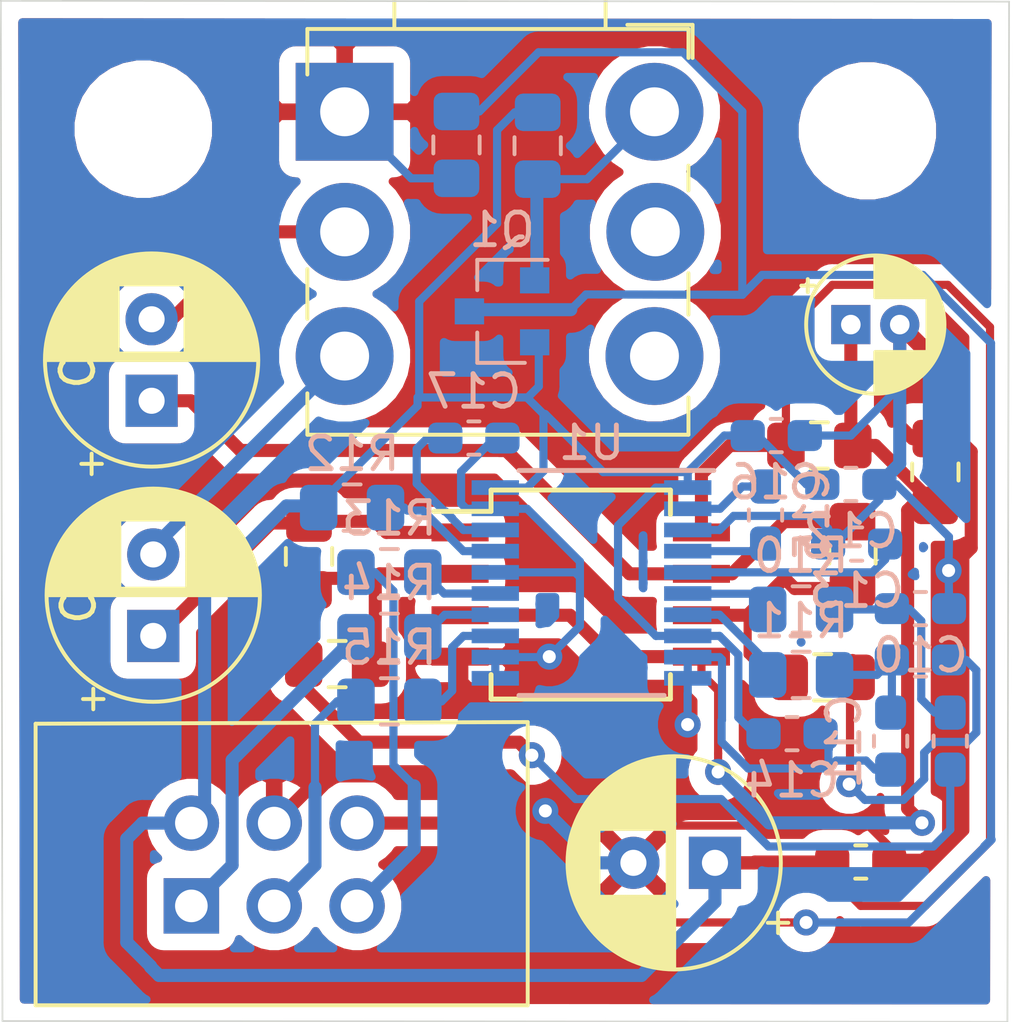
<source format=kicad_pcb>
(kicad_pcb (version 20171130) (host pcbnew 5.1.5+dfsg1-2build2)
  (layers (0 F.Cu signal hide) (31 B.Cu signal) (34 B.Paste user) (35 F.Paste user) (36 B.SilkS user) (37 F.SilkS user) (38 B.Mask user) (39 F.Mask user) (44 Edge.Cuts user))
  (net 0 "")
  (net 1 GND)
  (net 2 "Net-(C3-Pad2)")
  (net 3 "Net-(C4-Pad2)")
  (net 4 "Net-(C5-Pad1)")
  (net 5 "Net-(C8-Pad2)")
  (net 6 "Net-(C9-Pad2)")
  (net 7 "Net-(J1-Pad6)")
  (net 8 "Net-(J2-Pad2)")
  (net 9 "Net-(C13-Pad2)")
  (net 10 "Net-(C15-Pad2)")
  (net 11 "Net-(C15-Pad1)")
  (net 12 "Net-(C17-Pad2)")
  (net 13 "Net-(R10-Pad2)")
  (net 14 "Net-(R11-Pad2)")
  (net 15 "Net-(R12-Pad1)")
  (net 16 "Net-(R13-Pad1)")
  (net 17 "Net-(R14-Pad1)")
  (net 18 "Net-(R15-Pad1)")
  (net 19 OUTL)
  (net 20 OUTR)
  (net 21 3,3V)
  (net 22 LCK)
  (net 23 BCK)
  (net 24 DIN)
  (net 25 "Net-(C8-Pad1)")
  (net 26 "Net-(C9-Pad1)")
  (net 27 "Net-(R6-Pad2)")
  (net 28 "Net-(R7-Pad2)")
  (module Package_TO_SOT_SMD:SOT-23 (layer B.Cu) (at 124.7902 84.3788 180)
    (fp_text reference Q1 (at 0 2.5) (layer B.SilkS) (effects (justify mirror)))
    (fp_text value IRLML6401)
    (pad 3 smd rect (at 1 0 180) (size 0.9 0.8) (layers B.Cu B.Paste B.Mask) (net 7 "Net-(J1-Pad6)"))
    (pad 2 smd rect (at -1 -0.95 180) (size 0.9 0.8) (layers B.Cu B.Paste B.Mask) (net 21 3,3V))
    (pad 1 smd rect (at -1 0.95 180) (size 0.9 0.8) (layers B.Cu B.Paste B.Mask) (net 8 "Net-(J2-Pad2)"))
  )
  (module Capacitor_SMD:C_0603_1608Metric_Pad1.05x0.95mm_HandSolder (layer B.Cu) (at 137.6172 95.0722)
    (fp_text reference C4 hide)
    (fp_text value 1µ)
    (pad 2 smd roundrect (at 0.875 0) (size 1.05 0.95) (layers B.Cu B.Paste B.Mask) (net 3 "Net-(C4-Pad2)"))
    (pad 1 smd roundrect (at -0.875 0) (size 1.05 0.95) (layers B.Cu B.Paste B.Mask) (net 20 OUTR))
  )
  (module Connector_PinHeader_2.54mm:PinHeader_2x03_P2.54mm_Vertical_large (layer F.Cu) (at 115.2652 102.616 90)
    (fp_text reference J1 hide)
    (fp_text value Conn_02x03_Odd_Even hide)
    (pad 6 thru_hole oval (at 2.54 5.08 90) (size 1.7 1.7) (drill 1) (layers *.Cu *.Mask) (net 7 "Net-(J1-Pad6)"))
    (pad 5 thru_hole oval (at 0 5.08 90) (size 1.7 1.7) (drill 1) (layers *.Cu *.Mask) (net 22 LCK))
    (pad 4 thru_hole oval (at 2.54 2.54 90) (size 1.7 1.7) (drill 1) (layers *.Cu *.Mask) (net 1 GND))
    (pad 3 thru_hole oval (at 0 2.54 90) (size 1.7 1.7) (drill 1) (layers *.Cu *.Mask) (net 23 BCK))
    (pad 2 thru_hole oval (at 2.54 0 90) (size 1.7 1.7) (drill 1) (layers *.Cu *.Mask) (net 21 3,3V))
    (pad 1 thru_hole rect (at 0 0 90) (size 1.7 1.7) (drill 1) (layers *.Cu *.Mask) (net 24 DIN))
  )
  (module Package_SO:SO-8_5.3x6.2mm_P1.27mm (layer F.Cu) (at 127.2032 93.0656)
    (fp_text reference U2 hide)
    (fp_text value TDA1308 hide)
    (pad 8 smd rect (at 3.7 -1.905) (size 1.75 0.55) (layers F.Cu F.Paste F.Mask) (net 21 3,3V))
    (pad 7 smd rect (at 3.7 -0.635) (size 1.75 0.55) (layers F.Cu F.Paste F.Mask) (net 26 "Net-(C9-Pad1)"))
    (pad 6 smd rect (at 3.7 0.635) (size 1.75 0.55) (layers F.Cu F.Paste F.Mask) (net 28 "Net-(R7-Pad2)"))
    (pad 5 smd rect (at 3.7 1.905) (size 1.75 0.55) (layers F.Cu F.Paste F.Mask) (net 4 "Net-(C5-Pad1)"))
    (pad 4 smd rect (at -3.7 1.905) (size 1.75 0.55) (layers F.Cu F.Paste F.Mask) (net 1 GND))
    (pad 3 smd rect (at -3.7 0.635) (size 1.75 0.55) (layers F.Cu F.Paste F.Mask) (net 4 "Net-(C5-Pad1)"))
    (pad 2 smd rect (at -3.7 -0.635) (size 1.75 0.55) (layers F.Cu F.Paste F.Mask) (net 27 "Net-(R6-Pad2)"))
    (pad 1 smd rect (at -3.7 -1.905) (size 1.75 0.55) (layers F.Cu F.Paste F.Mask) (net 25 "Net-(C8-Pad1)"))
  )
  (module Package_SO:TSSOP-20_4.4x6.5mm_P0.65mm (layer B.Cu) (at 127.5334 92.71 180)
    (fp_text reference U1 (at 0 4.3) (layer B.SilkS) (effects (justify mirror)))
    (fp_text value PCM5102A)
    (pad 1 smd rect (at -2.95 2.925 180) (size 1.45 0.45) (layers B.Cu B.Paste B.Mask) (net 21 3,3V))
    (pad 2 smd rect (at -2.95 2.275 180) (size 1.45 0.45) (layers B.Cu B.Paste B.Mask) (net 10 "Net-(C15-Pad2)"))
    (pad 3 smd rect (at -2.95 1.625 180) (size 1.45 0.45) (layers B.Cu B.Paste B.Mask) (net 1 GND))
    (pad 4 smd rect (at -2.95 0.975 180) (size 1.45 0.45) (layers B.Cu B.Paste B.Mask) (net 11 "Net-(C15-Pad1)"))
    (pad 5 smd rect (at -2.95 0.325 180) (size 1.45 0.45) (layers B.Cu B.Paste B.Mask) (net 9 "Net-(C13-Pad2)"))
    (pad 6 smd rect (at -2.95 -0.325 180) (size 1.45 0.45) (layers B.Cu B.Paste B.Mask) (net 13 "Net-(R10-Pad2)"))
    (pad 7 smd rect (at -2.95 -0.975 180) (size 1.45 0.45) (layers B.Cu B.Paste B.Mask) (net 14 "Net-(R11-Pad2)"))
    (pad 8 smd rect (at -2.95 -1.625 180) (size 1.45 0.45) (layers B.Cu B.Paste B.Mask) (net 21 3,3V))
    (pad 9 smd rect (at -2.95 -2.275 180) (size 1.45 0.45) (layers B.Cu B.Paste B.Mask) (net 1 GND))
    (pad 10 smd rect (at -2.95 -2.925 180) (size 1.45 0.45) (layers B.Cu B.Paste B.Mask) (net 1 GND))
    (pad 11 smd rect (at 2.95 -2.925 180) (size 1.45 0.45) (layers B.Cu B.Paste B.Mask) (net 1 GND))
    (pad 12 smd rect (at 2.95 -2.275 180) (size 1.45 0.45) (layers B.Cu B.Paste B.Mask) (net 1 GND))
    (pad 13 smd rect (at 2.95 -1.625 180) (size 1.45 0.45) (layers B.Cu B.Paste B.Mask) (net 18 "Net-(R15-Pad1)"))
    (pad 14 smd rect (at 2.95 -0.975 180) (size 1.45 0.45) (layers B.Cu B.Paste B.Mask) (net 17 "Net-(R14-Pad1)"))
    (pad 15 smd rect (at 2.95 -0.325 180) (size 1.45 0.45) (layers B.Cu B.Paste B.Mask) (net 16 "Net-(R13-Pad1)"))
    (pad 16 smd rect (at 2.95 0.325 180) (size 1.45 0.45) (layers B.Cu B.Paste B.Mask) (net 1 GND))
    (pad 17 smd rect (at 2.95 0.975 180) (size 1.45 0.45) (layers B.Cu B.Paste B.Mask) (net 15 "Net-(R12-Pad1)"))
    (pad 18 smd rect (at 2.95 1.625 180) (size 1.45 0.45) (layers B.Cu B.Paste B.Mask) (net 12 "Net-(C17-Pad2)"))
    (pad 19 smd rect (at 2.95 2.275 180) (size 1.45 0.45) (layers B.Cu B.Paste B.Mask) (net 1 GND))
    (pad 20 smd rect (at 2.95 2.925 180) (size 1.45 0.45) (layers B.Cu B.Paste B.Mask) (net 21 3,3V))
  )
  (module Resistor_SMD:R_0805_2012Metric_Pad1.15x1.40mm_HandSolder (layer B.Cu) (at 121.3358 96.3422 180)
    (fp_text reference R15 (at 0 1.65) (layer B.SilkS) (effects (justify mirror)))
    (fp_text value 470)
    (pad 2 smd roundrect (at 1.025 0 180) (size 1.15 1.4) (layers B.Cu B.Paste B.Mask) (roundrect_rratio 0.217391) (net 23 BCK))
    (pad 1 smd roundrect (at -1.025 0 180) (size 1.15 1.4) (layers B.Cu B.Paste B.Mask) (roundrect_rratio 0.217391) (net 18 "Net-(R15-Pad1)"))
  )
  (module Resistor_SMD:R_0805_2012Metric_Pad1.15x1.40mm_HandSolder (layer B.Cu) (at 121.3358 94.361 180)
    (fp_text reference R14 (at 0 1.65) (layer B.SilkS) (effects (justify mirror)))
    (fp_text value 470)
    (pad 2 smd roundrect (at 1.025 0 180) (size 1.15 1.4) (layers B.Cu B.Paste B.Mask) (roundrect_rratio 0.217391) (net 24 DIN))
    (pad 1 smd roundrect (at -1.025 0 180) (size 1.15 1.4) (layers B.Cu B.Paste B.Mask) (roundrect_rratio 0.217391) (net 17 "Net-(R14-Pad1)"))
  )
  (module Resistor_SMD:R_0805_2012Metric_Pad1.15x1.40mm_HandSolder (layer B.Cu) (at 121.3358 92.3798 180)
    (fp_text reference R13 (at 0 1.65) (layer B.SilkS) (effects (justify mirror)))
    (fp_text value 470)
    (pad 2 smd roundrect (at 1.025 0 180) (size 1.15 1.4) (layers B.Cu B.Paste B.Mask) (roundrect_rratio 0.217391) (net 22 LCK))
    (pad 1 smd roundrect (at -1.025 0 180) (size 1.15 1.4) (layers B.Cu B.Paste B.Mask) (roundrect_rratio 0.217391) (net 16 "Net-(R13-Pad1)"))
  )
  (module Resistor_SMD:R_0805_2012Metric_Pad1.15x1.40mm_HandSolder (layer B.Cu) (at 120.1928 90.3986 180)
    (fp_text reference R12 (at 0 1.65) (layer B.SilkS) (effects (justify mirror)))
    (fp_text value 10k)
    (pad 2 smd roundrect (at 1.025 0 180) (size 1.15 1.4) (layers B.Cu B.Paste B.Mask) (roundrect_rratio 0.217391) (net 21 3,3V))
    (pad 1 smd roundrect (at -1.025 0 180) (size 1.15 1.4) (layers B.Cu B.Paste B.Mask) (roundrect_rratio 0.217391) (net 15 "Net-(R12-Pad1)"))
  )
  (module Resistor_SMD:R_0805_2012Metric_Pad1.15x1.40mm_HandSolder (layer B.Cu) (at 133.9596 95.5294 180)
    (fp_text reference R11 (at 0 1.65) (layer B.SilkS) (effects (justify mirror)))
    (fp_text value 470)
    (pad 2 smd roundrect (at 1.025 0 180) (size 1.15 1.4) (layers B.Cu B.Paste B.Mask) (roundrect_rratio 0.217391) (net 14 "Net-(R11-Pad2)"))
    (pad 1 smd roundrect (at -1.025 0 180) (size 1.15 1.4) (layers B.Cu B.Paste B.Mask) (roundrect_rratio 0.217391) (net 20 OUTR))
  )
  (module Resistor_SMD:R_0805_2012Metric_Pad1.15x1.40mm_HandSolder (layer B.Cu) (at 133.9596 93.5228 180)
    (fp_text reference R10 (at 0 1.65) (layer B.SilkS) (effects (justify mirror)))
    (fp_text value 470)
    (pad 2 smd roundrect (at 1.025 0 180) (size 1.15 1.4) (layers B.Cu B.Paste B.Mask) (roundrect_rratio 0.217391) (net 13 "Net-(R10-Pad2)"))
    (pad 1 smd roundrect (at -1.025 0 180) (size 1.15 1.4) (layers B.Cu B.Paste B.Mask) (roundrect_rratio 0.217391) (net 19 OUTL))
  )
  (module Capacitor_SMD:C_0603_1608Metric_Pad1.05x0.95mm_HandSolder (layer B.Cu) (at 123.9266 88.265 180)
    (fp_text reference C17 (at 0 1.43) (layer B.SilkS) (effects (justify mirror)))
    (fp_text value 100n)
    (pad 2 smd roundrect (at 0.875 0 180) (size 1.05 0.95) (layers B.Cu B.Paste B.Mask) (net 12 "Net-(C17-Pad2)"))
    (pad 1 smd roundrect (at -0.875 0 180) (size 1.05 0.95) (layers B.Cu B.Paste B.Mask) (net 1 GND))
  )
  (module Capacitor_SMD:C_0603_1608Metric_Pad1.05x0.95mm_HandSolder (layer B.Cu) (at 133.1976 88.1888)
    (fp_text reference C16 (at 0 1.43) (layer B.SilkS) (effects (justify mirror)))
    (fp_text value 100n)
    (pad 2 smd roundrect (at 0.875 0) (size 1.05 0.95) (layers B.Cu B.Paste B.Mask) (net 1 GND))
    (pad 1 smd roundrect (at -0.875 0) (size 1.05 0.95) (layers B.Cu B.Paste B.Mask) (net 21 3,3V))
  )
  (module Capacitor_SMD:C_0603_1608Metric_Pad1.05x0.95mm_HandSolder (layer B.Cu) (at 132.8674 90.6272 90)
    (fp_text reference C15 (at 0 1.43 270) (layer B.SilkS) (effects (justify mirror)))
    (fp_text value 2,2µ)
    (pad 2 smd roundrect (at 0.875 0 90) (size 1.05 0.95) (layers B.Cu B.Paste B.Mask) (net 10 "Net-(C15-Pad2)"))
    (pad 1 smd roundrect (at -0.875 0 90) (size 1.05 0.95) (layers B.Cu B.Paste B.Mask) (net 11 "Net-(C15-Pad1)"))
  )
  (module Capacitor_SMD:C_0603_1608Metric_Pad1.05x0.95mm_HandSolder (layer B.Cu) (at 133.6802 97.3328)
    (fp_text reference C14 (at 0 1.43) (layer B.SilkS) (effects (justify mirror)))
    (fp_text value 100n)
    (pad 2 smd roundrect (at 0.875 0) (size 1.05 0.95) (layers B.Cu B.Paste B.Mask) (net 1 GND))
    (pad 1 smd roundrect (at -0.875 0) (size 1.05 0.95) (layers B.Cu B.Paste B.Mask) (net 21 3,3V))
  )
  (module Capacitor_SMD:C_0603_1608Metric_Pad1.05x0.95mm_HandSolder (layer B.Cu) (at 135.6614 91.5162)
    (fp_text reference C13 (at 0 1.43) (layer B.SilkS) (effects (justify mirror)))
    (fp_text value 2,2µ)
    (pad 2 smd roundrect (at 0.875 0) (size 1.05 0.95) (layers B.Cu B.Paste B.Mask) (net 9 "Net-(C13-Pad2)"))
    (pad 1 smd roundrect (at -0.875 0) (size 1.05 0.95) (layers B.Cu B.Paste B.Mask) (net 1 GND))
  )
  (module Capacitor_SMD:C_0603_1608Metric_Pad1.05x0.95mm_HandSolder (layer B.Cu) (at 135.4836 89.6874)
    (fp_text reference C12 (at 0 1.43) (layer B.SilkS) (effects (justify mirror)))
    (fp_text value 100n)
    (pad 2 smd roundrect (at 0.875 0) (size 1.05 0.95) (layers B.Cu B.Paste B.Mask) (net 1 GND))
    (pad 1 smd roundrect (at -0.875 0) (size 1.05 0.95) (layers B.Cu B.Paste B.Mask) (net 21 3,3V))
  )
  (module Capacitor_SMD:C_0603_1608Metric_Pad1.05x0.95mm_HandSolder (layer B.Cu) (at 136.7028 97.5614 270)
    (fp_text reference C11 (at 0 1.43 90) (layer B.SilkS) (effects (justify mirror)))
    (fp_text value 2,2n)
    (pad 2 smd roundrect (at 0.875 0 270) (size 1.05 0.95) (layers B.Cu B.Paste B.Mask) (net 1 GND))
    (pad 1 smd roundrect (at -0.875 0 270) (size 1.05 0.95) (layers B.Cu B.Paste B.Mask) (net 20 OUTR))
  )
  (module Capacitor_SMD:C_0603_1608Metric_Pad1.05x0.95mm_HandSolder (layer B.Cu) (at 137.6172 93.4974)
    (fp_text reference C10 (at 0 1.43) (layer B.SilkS) (effects (justify mirror)))
    (fp_text value 2,2n)
    (pad 2 smd roundrect (at 0.875 0) (size 1.05 0.95) (layers B.Cu B.Paste B.Mask) (net 1 GND))
    (pad 1 smd roundrect (at -0.875 0) (size 1.05 0.95) (layers B.Cu B.Paste B.Mask) (net 19 OUTL))
  )
  (module Connector_Audio:Jack_3.5mm_Cliff_Horizontal (layer F.Cu) (at 129.4892 78.1304)
    (fp_text reference J2 hide)
    (fp_text value AudioJack3_Dual_Switch hide)
    (pad 1 thru_hole rect (at -9.525 0.127) (size 3 3) (drill 1.5) (layers *.Cu *.Mask) (net 1 GND))
    (pad 5 thru_hole circle (at -9.525 7.62) (size 3 3) (drill 1.5) (layers *.Cu *.Mask) (net 5 "Net-(C8-Pad2)"))
    (pad 3 thru_hole circle (at -9.525 3.81) (size 3 3) (drill 1.5) (layers *.Cu *.Mask) (net 6 "Net-(C9-Pad2)"))
    (pad 2 thru_hole circle (at -0.026 0.127) (size 3 3) (drill 1.5) (layers *.Cu *.Mask) (net 8 "Net-(J2-Pad2)"))
    (pad 6 thru_hole circle (at -0.026 7.62) (size 3 3) (drill 1.5) (layers *.Cu *.Mask))
    (pad 4 thru_hole circle (at 0 3.81) (size 3 3) (drill 1.5) (layers *.Cu *.Mask))
  )
  (module MountingHole:MountingHole_3.2mm_M3 (layer F.Cu) (at 113.792 78.7908)
    (fp_text reference H2 hide)
    (fp_text value MountingHole hide)
    (pad 1 np_thru_hole circle (at 0 0) (size 3.2 3.2) (drill 3.2) (layers *.Cu *.Mask))
  )
  (module MountingHole:MountingHole_3.2mm_M3 (layer F.Cu) (at 135.9916 78.8416)
    (fp_text reference H1 hide)
    (fp_text value MountingHole hide)
    (pad 1 np_thru_hole circle (at 0 0) (size 3.2 3.2) (drill 3.2) (layers *.Cu *.Mask))
  )
  (module Resistor_SMD:R_0805_2012Metric_Pad1.15x1.40mm_HandSolder (layer F.Cu) (at 135.5344 91.8554 90)
    (fp_text reference R9 hide)
    (fp_text value 3,9k hide)
    (pad 2 smd roundrect (at 1.025 0 90) (size 1.15 1.4) (layers F.Cu F.Paste F.Mask) (roundrect_rratio 0.217391) (net 26 "Net-(C9-Pad1)"))
    (pad 1 smd roundrect (at -1.025 0 90) (size 1.15 1.4) (layers F.Cu F.Paste F.Mask) (roundrect_rratio 0.217391) (net 28 "Net-(R7-Pad2)"))
  )
  (module Resistor_SMD:R_0805_2012Metric_Pad1.15x1.40mm_HandSolder (layer F.Cu) (at 118.872 91.8972 90)
    (fp_text reference R8 hide)
    (fp_text value 3,9k hide)
    (pad 2 smd roundrect (at 1.025 0 90) (size 1.15 1.4) (layers F.Cu F.Paste F.Mask) (roundrect_rratio 0.217391) (net 25 "Net-(C8-Pad1)"))
    (pad 1 smd roundrect (at -1.025 0 90) (size 1.15 1.4) (layers F.Cu F.Paste F.Mask) (roundrect_rratio 0.217391) (net 27 "Net-(R6-Pad2)"))
  )
  (module Resistor_SMD:R_0805_2012Metric_Pad1.15x1.40mm_HandSolder (layer F.Cu) (at 134.62 95.6056 180)
    (fp_text reference R7 hide)
    (fp_text value 3,9k hide)
    (pad 2 smd roundrect (at 1.025 0 180) (size 1.15 1.4) (layers F.Cu F.Paste F.Mask) (roundrect_rratio 0.217391) (net 28 "Net-(R7-Pad2)"))
    (pad 1 smd roundrect (at -1.025 0 180) (size 1.15 1.4) (layers F.Cu F.Paste F.Mask) (roundrect_rratio 0.217391) (net 3 "Net-(C4-Pad2)"))
  )
  (module Resistor_SMD:R_0805_2012Metric_Pad1.15x1.40mm_HandSolder (layer F.Cu) (at 119.7356 95.1992)
    (fp_text reference R6 hide)
    (fp_text value 3,9k hide)
    (pad 2 smd roundrect (at 1.025 0) (size 1.15 1.4) (layers F.Cu F.Paste F.Mask) (roundrect_rratio 0.217391) (net 27 "Net-(R6-Pad2)"))
    (pad 1 smd roundrect (at -1.025 0) (size 1.15 1.4) (layers F.Cu F.Paste F.Mask) (roundrect_rratio 0.217391) (net 2 "Net-(C3-Pad2)"))
  )
  (module Resistor_SMD:R_0805_2012Metric_Pad1.15x1.40mm_HandSolder (layer F.Cu) (at 138.0744 89.3064 90)
    (fp_text reference R5 hide)
    (fp_text value 10k hide)
    (pad 2 smd roundrect (at 1.025 0 90) (size 1.15 1.4) (layers F.Cu F.Paste F.Mask) (roundrect_rratio 0.217391) (net 1 GND))
    (pad 1 smd roundrect (at -1.025 0 90) (size 1.15 1.4) (layers F.Cu F.Paste F.Mask) (roundrect_rratio 0.217391) (net 4 "Net-(C5-Pad1)"))
  )
  (module Resistor_SMD:R_0805_2012Metric_Pad1.15x1.40mm_HandSolder (layer B.Cu) (at 125.8824 79.2988 90)
    (fp_text reference R4 hide)
    (fp_text value 100k hide)
    (pad 2 smd roundrect (at 1.025 0 90) (size 1.15 1.4) (layers B.Cu B.Paste B.Mask) (roundrect_rratio 0.217391) (net 21 3,3V))
    (pad 1 smd roundrect (at -1.025 0 90) (size 1.15 1.4) (layers B.Cu B.Paste B.Mask) (roundrect_rratio 0.217391) (net 8 "Net-(J2-Pad2)"))
  )
  (module Resistor_SMD:R_0805_2012Metric_Pad1.15x1.40mm_HandSolder (layer F.Cu) (at 134.5184 88.4936)
    (fp_text reference R3 hide)
    (fp_text value 10k hide)
    (pad 2 smd roundrect (at 1.025 0) (size 1.15 1.4) (layers F.Cu F.Paste F.Mask) (roundrect_rratio 0.217391) (net 4 "Net-(C5-Pad1)"))
    (pad 1 smd roundrect (at -1.025 0) (size 1.15 1.4) (layers F.Cu F.Paste F.Mask) (roundrect_rratio 0.217391) (net 21 3,3V))
  )
  (module Resistor_SMD:R_0805_2012Metric_Pad1.15x1.40mm_HandSolder (layer B.Cu) (at 123.3932 79.2734 90)
    (fp_text reference R2 hide)
    (fp_text value 10k hide)
    (pad 2 smd roundrect (at 1.025 0 90) (size 1.15 1.4) (layers B.Cu B.Paste B.Mask) (roundrect_rratio 0.217391) (net 7 "Net-(J1-Pad6)"))
    (pad 1 smd roundrect (at -1.025 0 90) (size 1.15 1.4) (layers B.Cu B.Paste B.Mask) (roundrect_rratio 0.217391) (net 1 GND))
  )
  (module Capacitor_THT:CP_Radial_D6.3mm_P2.50mm (layer F.Cu) (at 114.046 87.122 90)
    (fp_text reference C9 (at 1.3462 -2.2606 90) (layer F.SilkS))
    (fp_text value 100µ hide)
    (pad 2 thru_hole circle (at 2.5 0 90) (size 1.6 1.6) (drill 0.8) (layers *.Cu *.Mask) (net 6 "Net-(C9-Pad2)"))
    (pad 1 thru_hole rect (at 0 0 90) (size 1.6 1.6) (drill 0.8) (layers *.Cu *.Mask) (net 26 "Net-(C9-Pad1)"))
  )
  (module Capacitor_THT:CP_Radial_D6.3mm_P2.50mm (layer F.Cu) (at 114.0968 94.3356 90)
    (fp_text reference C8 (at 1.3462 -2.286 90) (layer F.SilkS))
    (fp_text value 100µ hide)
    (pad 2 thru_hole circle (at 2.5 0 90) (size 1.6 1.6) (drill 0.8) (layers *.Cu *.Mask) (net 5 "Net-(C8-Pad2)"))
    (pad 1 thru_hole rect (at 0 0 90) (size 1.6 1.6) (drill 0.8) (layers *.Cu *.Mask) (net 25 "Net-(C8-Pad1)"))
  )
  (module Capacitor_THT:CP_Radial_D4.0mm_P1.50mm (layer F.Cu) (at 135.4836 84.7852)
    (fp_text reference C5 hide)
    (fp_text value 22µ hide)
    (pad 2 thru_hole circle (at 1.5 0) (size 1.2 1.2) (drill 0.6) (layers *.Cu *.Mask) (net 1 GND))
    (pad 1 thru_hole rect (at 0 0) (size 1.2 1.2) (drill 0.6) (layers *.Cu *.Mask) (net 4 "Net-(C5-Pad1)"))
  )
  (module Capacitor_SMD:C_0603_1608Metric_Pad1.05x0.95mm_HandSolder (layer B.Cu) (at 138.5316 97.5614 270)
    (fp_text reference C3 hide)
    (fp_text value 1µ)
    (pad 2 smd roundrect (at 0.875 0 270) (size 1.05 0.95) (layers B.Cu B.Paste B.Mask) (net 2 "Net-(C3-Pad2)"))
    (pad 1 smd roundrect (at -0.875 0 270) (size 1.05 0.95) (layers B.Cu B.Paste B.Mask) (net 19 OUTL))
  )
  (module Capacitor_SMD:C_0603_1608Metric_Pad1.05x0.95mm_HandSolder (layer F.Cu) (at 135.7884 101.2698)
    (fp_text reference C2 hide)
    (fp_text value 100n hide)
    (pad 2 smd roundrect (at 0.875 0) (size 1.05 0.95) (layers F.Cu F.Paste F.Mask) (net 1 GND))
    (pad 1 smd roundrect (at -0.875 0) (size 1.05 0.95) (layers F.Cu F.Paste F.Mask) (net 21 3,3V))
  )
  (module Capacitor_THT:CP_Radial_D6.3mm_P2.50mm (layer F.Cu) (at 131.318 101.2952 180)
    (fp_text reference C1 hide)
    (fp_text value 100µ)
    (pad 2 thru_hole circle (at 2.5 0 180) (size 1.6 1.6) (drill 0.8) (layers *.Cu *.Mask) (net 1 GND))
    (pad 1 thru_hole rect (at 0 0 180) (size 1.6 1.6) (drill 0.8) (layers *.Cu *.Mask) (net 21 3,3V))
  )
  (gr_line (start 109.474 106.1466) (end 109.4232 74.8538) (layer Edge.Cuts) (width 0.05))
  (gr_line (start 140.2842 106.172) (end 109.474 106.1466) (layer Edge.Cuts) (width 0.05))
  (gr_line (start 140.335 74.8792) (end 140.2842 106.172) (layer Edge.Cuts) (width 0.05))
  (gr_line (start 109.4232 74.8538) (end 140.335 74.8792) (layer Edge.Cuts) (width 0.05))
  (segment (start 137.3744 88.2814) (end 138.0744 88.2814) (width 0.4) (layer F.Cu) (net 1))
  (segment (start 136.9836 87.8906) (end 137.3744 88.2814) (width 0.4) (layer F.Cu) (net 1))
  (segment (start 136.9836 84.7852) (end 136.9836 87.8906) (width 0.4) (layer F.Cu) (net 1))
  (segment (start 126.787004 94.9706) (end 128.818 97.001596) (width 0.4) (layer F.Cu) (net 1))
  (segment (start 123.5032 94.9706) (end 126.787004 94.9706) (width 0.4) (layer F.Cu) (net 1))
  (segment (start 117.84288 78.2574) (end 111.252 84.84828) (width 0.4) (layer F.Cu) (net 1))
  (segment (start 113.411 96.9264) (end 117.3988 96.9264) (width 0.4) (layer F.Cu) (net 1))
  (segment (start 117.3988 96.9264) (end 117.8052 97.3328) (width 0.4) (layer F.Cu) (net 1))
  (segment (start 119.9642 78.2574) (end 117.84288 78.2574) (width 0.4) (layer F.Cu) (net 1))
  (segment (start 111.252 94.7674) (end 113.411 96.9264) (width 0.4) (layer F.Cu) (net 1))
  (segment (start 111.252 84.84828) (end 111.252 94.7674) (width 0.4) (layer F.Cu) (net 1))
  (segment (start 117.805204 100.075996) (end 117.8052 100.076) (width 0.4) (layer F.Cu) (net 1))
  (segment (start 117.805204 97.332804) (end 117.805204 100.075996) (width 0.4) (layer F.Cu) (net 1))
  (segment (start 124.568398 88.265) (end 124.8016 88.265) (width 0.25) (layer B.Cu) (net 1))
  (segment (start 123.533399 89.299999) (end 124.568398 88.265) (width 0.25) (layer B.Cu) (net 1))
  (segment (start 123.533399 90.270001) (end 123.533399 89.299999) (width 0.25) (layer B.Cu) (net 1))
  (segment (start 123.698398 90.435) (end 123.533399 90.270001) (width 0.25) (layer B.Cu) (net 1))
  (segment (start 124.5834 90.435) (end 123.698398 90.435) (width 0.25) (layer B.Cu) (net 1))
  (segment (start 124.5834 94.985) (end 124.5834 95.635) (width 0.25) (layer B.Cu) (net 1))
  (segment (start 134.7864 91.0412) (end 134.7864 91.5162) (width 0.25) (layer B.Cu) (net 1))
  (segment (start 134.39739 90.65219) (end 134.7864 91.0412) (width 0.25) (layer B.Cu) (net 1))
  (segment (start 131.89121 90.65219) (end 134.39739 90.65219) (width 0.25) (layer B.Cu) (net 1))
  (segment (start 131.4584 91.085) (end 131.89121 90.65219) (width 0.25) (layer B.Cu) (net 1))
  (segment (start 130.4834 91.085) (end 131.4584 91.085) (width 0.25) (layer B.Cu) (net 1))
  (segment (start 135.0048 91.5162) (end 134.7864 91.5162) (width 0.25) (layer B.Cu) (net 1))
  (segment (start 136.3586 90.1624) (end 135.0048 91.5162) (width 0.25) (layer B.Cu) (net 1))
  (segment (start 136.3586 89.6874) (end 136.3586 90.1624) (width 0.25) (layer B.Cu) (net 1))
  (segment (start 138.4922 93.0224) (end 138.4922 93.4974) (width 0.25) (layer B.Cu) (net 1))
  (segment (start 136.8836 89.6874) (end 138.4922 91.296) (width 0.25) (layer B.Cu) (net 1))
  (segment (start 136.3586 89.6874) (end 136.8836 89.6874) (width 0.25) (layer B.Cu) (net 1))
  (segment (start 130.4834 94.985) (end 130.4834 95.635) (width 0.25) (layer B.Cu) (net 1))
  (segment (start 134.7978 97.8192) (end 134.7978 98.3996) (width 0.25) (layer B.Cu) (net 1))
  (segment (start 134.8092 97.3328) (end 134.8092 97.8078) (width 0.25) (layer B.Cu) (net 1))
  (segment (start 134.8092 97.8078) (end 134.7978 97.8192) (width 0.25) (layer B.Cu) (net 1))
  (segment (start 136.9822 89.0524) (end 136.4996 89.535) (width 0.4) (layer B.Cu) (net 1))
  (segment (start 136.4996 89.535) (end 136.4996 89.7636) (width 0.4) (layer B.Cu) (net 1))
  (segment (start 136.9836 84.7852) (end 136.9822 84.7866) (width 0.4) (layer B.Cu) (net 1))
  (segment (start 137.1884 101.2698) (end 137.2138 101.2444) (width 0.4) (layer F.Cu) (net 1))
  (segment (start 136.6634 101.2698) (end 137.1884 101.2698) (width 0.4) (layer F.Cu) (net 1))
  (segment (start 137.1884 101.2698) (end 137.668 101.2698) (width 0.4) (layer F.Cu) (net 1))
  (segment (start 138.4808 100.457) (end 138.4808 92.329) (width 0.4) (layer F.Cu) (net 1))
  (segment (start 137.668 101.2698) (end 138.4808 100.457) (width 0.4) (layer F.Cu) (net 1))
  (via (at 138.4808 92.329) (size 0.8) (drill 0.4) (layers F.Cu B.Cu) (net 1))
  (segment (start 138.4808 92.329) (end 138.4922 93.0224) (width 0.25) (layer B.Cu) (net 1))
  (segment (start 138.4922 91.296) (end 138.4808 92.329) (width 0.25) (layer B.Cu) (net 1))
  (segment (start 130.4834 96.11) (end 130.4798 96.1136) (width 0.25) (layer B.Cu) (net 1))
  (segment (start 130.4834 95.635) (end 130.4834 96.11) (width 0.25) (layer B.Cu) (net 1))
  (via (at 130.4798 97.0534) (size 0.8) (drill 0.4) (layers F.Cu B.Cu) (net 1))
  (segment (start 130.4798 96.1136) (end 130.4798 97.0534) (width 0.25) (layer B.Cu) (net 1))
  (segment (start 128.869804 97.0534) (end 128.818 97.001596) (width 0.25) (layer F.Cu) (net 1))
  (segment (start 130.4798 97.0534) (end 128.869804 97.0534) (width 0.25) (layer F.Cu) (net 1))
  (segment (start 136.9822 86.6902) (end 135.4836 88.1888) (width 0.25) (layer B.Cu) (net 1))
  (segment (start 136.9822 84.7866) (end 136.9822 86.6902) (width 0.4) (layer B.Cu) (net 1))
  (segment (start 135.4836 88.1888) (end 134.0726 88.1888) (width 0.25) (layer B.Cu) (net 1))
  (segment (start 136.9822 86.6902) (end 136.9822 89.0524) (width 0.4) (layer B.Cu) (net 1))
  (segment (start 127.1778 94.0308) (end 126.238 94.9706) (width 0.25) (layer B.Cu) (net 1))
  (segment (start 125.5584 90.435) (end 127.1778 92.0544) (width 0.25) (layer B.Cu) (net 1))
  (segment (start 126.2236 94.985) (end 124.5834 94.985) (width 0.25) (layer B.Cu) (net 1))
  (segment (start 124.5834 90.435) (end 125.5584 90.435) (width 0.25) (layer B.Cu) (net 1))
  (segment (start 126.238 94.9706) (end 126.2236 94.985) (width 0.25) (layer B.Cu) (net 1))
  (via (at 126.238 94.9706) (size 0.8) (drill 0.4) (layers F.Cu B.Cu) (net 1))
  (segment (start 136.6634 101.7448) (end 136.6634 101.2698) (width 0.4) (layer F.Cu) (net 1))
  (segment (start 135.040201 98.157199) (end 135.948599 98.157199) (width 0.25) (layer B.Cu) (net 1))
  (segment (start 134.7978 98.3996) (end 135.040201 98.157199) (width 0.25) (layer B.Cu) (net 1))
  (segment (start 135.948599 98.157199) (end 136.2278 98.4364) (width 0.25) (layer B.Cu) (net 1))
  (segment (start 136.2278 98.4364) (end 136.7028 98.4364) (width 0.25) (layer B.Cu) (net 1))
  (segment (start 138.880799 91.929001) (end 138.4808 92.329) (width 0.4) (layer F.Cu) (net 1))
  (segment (start 139.17441 91.63539) (end 138.880799 91.929001) (width 0.4) (layer F.Cu) (net 1))
  (segment (start 139.17441 88.68141) (end 139.17441 91.63539) (width 0.4) (layer F.Cu) (net 1))
  (segment (start 138.7744 88.2814) (end 139.17441 88.68141) (width 0.4) (layer F.Cu) (net 1))
  (segment (start 138.0744 88.2814) (end 138.7744 88.2814) (width 0.4) (layer F.Cu) (net 1))
  (segment (start 126.117798 99.701798) (end 128.818 97.001596) (width 0.4) (layer F.Cu) (net 1))
  (segment (start 125.0442 98.6282) (end 126.117798 99.701798) (width 0.4) (layer F.Cu) (net 1))
  (segment (start 119.253 98.6282) (end 125.0442 98.6282) (width 0.4) (layer F.Cu) (net 1))
  (segment (start 117.8052 100.076) (end 119.253 98.6282) (width 0.4) (layer F.Cu) (net 1))
  (via (at 126.117798 99.701798) (size 0.8) (drill 0.4) (layers F.Cu B.Cu) (net 1))
  (segment (start 127.7112 101.2952) (end 126.117798 99.701798) (width 0.4) (layer B.Cu) (net 1))
  (segment (start 128.818 101.2952) (end 127.7112 101.2952) (width 0.4) (layer B.Cu) (net 1))
  (segment (start 128.818 101.2952) (end 129.961 100.1522) (width 0.25) (layer F.Cu) (net 1))
  (segment (start 136.0208 100.1522) (end 136.6634 100.7948) (width 0.25) (layer F.Cu) (net 1))
  (segment (start 136.6634 100.7948) (end 136.6634 101.2698) (width 0.25) (layer F.Cu) (net 1))
  (segment (start 129.961 100.1522) (end 136.0208 100.1522) (width 0.25) (layer F.Cu) (net 1))
  (segment (start 131.5212 97.5868) (end 132.334 98.3996) (width 0.25) (layer B.Cu) (net 1))
  (segment (start 131.533401 96.914199) (end 131.5212 96.9264) (width 0.25) (layer B.Cu) (net 1))
  (segment (start 131.533401 95.060001) (end 131.533401 96.914199) (width 0.25) (layer B.Cu) (net 1))
  (segment (start 130.4834 94.985) (end 131.4584 94.985) (width 0.25) (layer B.Cu) (net 1))
  (segment (start 131.4584 94.985) (end 131.533401 95.060001) (width 0.25) (layer B.Cu) (net 1))
  (segment (start 131.5212 96.9264) (end 131.5212 97.5868) (width 0.25) (layer B.Cu) (net 1))
  (segment (start 132.334 98.3996) (end 134.7978 98.3996) (width 0.25) (layer B.Cu) (net 1))
  (segment (start 122.0052 80.2984) (end 119.9642 78.2574) (width 0.25) (layer B.Cu) (net 1))
  (segment (start 123.3932 80.2984) (end 122.0052 80.2984) (width 0.25) (layer B.Cu) (net 1))
  (segment (start 127.0306 92.385) (end 127.1778 92.5322) (width 0.25) (layer B.Cu) (net 1))
  (segment (start 124.5834 92.385) (end 127.0306 92.385) (width 0.25) (layer B.Cu) (net 1))
  (segment (start 127.1778 92.5322) (end 127.1778 94.0308) (width 0.25) (layer B.Cu) (net 1))
  (segment (start 127.1778 92.0544) (end 127.1778 92.5322) (width 0.25) (layer B.Cu) (net 1))
  (segment (start 125.704602 97.9932) (end 125.7046 97.993202) (width 0.4) (layer B.Cu) (net 2))
  (segment (start 118.7106 95.8992) (end 120.404603 97.593203) (width 0.4) (layer F.Cu) (net 2))
  (segment (start 118.7106 95.1992) (end 118.7106 95.8992) (width 0.4) (layer F.Cu) (net 2))
  (segment (start 120.404603 97.593203) (end 125.304601 97.593203) (width 0.4) (layer F.Cu) (net 2))
  (segment (start 125.304601 97.593203) (end 125.7046 97.993202) (width 0.4) (layer F.Cu) (net 2))
  (via (at 125.704602 97.9932) (size 0.8) (drill 0.4) (layers F.Cu B.Cu) (net 2))
  (segment (start 138.012125 100.793642) (end 132.960246 100.793642) (width 0.25) (layer B.Cu) (net 2))
  (segment (start 138.5316 98.4364) (end 138.5316 100.274167) (width 0.25) (layer B.Cu) (net 2))
  (segment (start 132.960246 100.793642) (end 131.506004 99.3394) (width 0.25) (layer B.Cu) (net 2))
  (segment (start 127.050802 99.3394) (end 126.104601 98.393199) (width 0.25) (layer B.Cu) (net 2))
  (segment (start 138.5316 100.274167) (end 138.012125 100.793642) (width 0.25) (layer B.Cu) (net 2))
  (segment (start 131.506004 99.3394) (end 127.050802 99.3394) (width 0.25) (layer B.Cu) (net 2))
  (segment (start 126.104601 98.393199) (end 125.704602 97.9932) (width 0.25) (layer B.Cu) (net 2))
  (segment (start 135.5344 95.0886) (end 135.645 95.1992) (width 0.4) (layer F.Cu) (net 3))
  (segment (start 135.4582 95.7924) (end 135.4582 98.8568) (width 0.25) (layer F.Cu) (net 3))
  (segment (start 135.645 95.6056) (end 135.4582 95.7924) (width 0.25) (layer F.Cu) (net 3))
  (via (at 135.4328 98.8822) (size 0.8) (drill 0.4) (layers F.Cu B.Cu) (net 3))
  (segment (start 135.4582 98.8568) (end 135.4328 98.8822) (width 0.25) (layer F.Cu) (net 3))
  (segment (start 139.0172 95.0722) (end 138.4922 95.0722) (width 0.25) (layer B.Cu) (net 3))
  (segment (start 139.33161 95.38661) (end 139.0172 95.0722) (width 0.25) (layer B.Cu) (net 3))
  (segment (start 139.33161 97.29479) (end 139.33161 95.38661) (width 0.25) (layer B.Cu) (net 3))
  (segment (start 139.04001 97.58639) (end 139.33161 97.29479) (width 0.25) (layer B.Cu) (net 3))
  (segment (start 138.0611 97.58639) (end 139.04001 97.58639) (width 0.25) (layer B.Cu) (net 3))
  (segment (start 135.4328 98.8822) (end 135.9154 99.3648) (width 0.25) (layer B.Cu) (net 3))
  (segment (start 135.9154 99.3648) (end 137.09491 99.3648) (width 0.25) (layer B.Cu) (net 3))
  (segment (start 137.73159 98.72812) (end 137.73159 97.9159) (width 0.25) (layer B.Cu) (net 3))
  (segment (start 137.73159 97.9159) (end 138.0611 97.58639) (width 0.25) (layer B.Cu) (net 3))
  (segment (start 137.09491 99.3648) (end 137.73159 98.72812) (width 0.25) (layer B.Cu) (net 3))
  (segment (start 135.4836 88.4338) (end 135.5434 88.4936) (width 0.4) (layer F.Cu) (net 4))
  (segment (start 135.4836 84.7852) (end 135.4836 88.4338) (width 0.4) (layer F.Cu) (net 4))
  (segment (start 138.0744 90.3314) (end 136.2366 88.4936) (width 0.4) (layer F.Cu) (net 4))
  (segment (start 136.1184 88.4936) (end 135.5434 88.4936) (width 0.4) (layer F.Cu) (net 4))
  (segment (start 136.2366 88.4936) (end 136.1184 88.4936) (width 0.4) (layer F.Cu) (net 4))
  (segment (start 126.873 93.7006) (end 127.890603 94.718203) (width 0.4) (layer F.Cu) (net 4))
  (segment (start 130.9032 94.9706) (end 128.154007 94.9706) (width 0.4) (layer F.Cu) (net 4))
  (segment (start 127.890603 94.718203) (end 127.90161 94.718203) (width 0.4) (layer F.Cu) (net 4))
  (segment (start 128.154007 94.9706) (end 127.90161 94.718203) (width 0.4) (layer F.Cu) (net 4))
  (segment (start 123.5032 93.7006) (end 126.873 93.7006) (width 0.4) (layer F.Cu) (net 4))
  (via (at 137.664123 100.06864) (size 0.8) (drill 0.4) (layers F.Cu B.Cu) (net 4))
  (segment (start 137.3744 90.3314) (end 137.225004 90.480796) (width 0.4) (layer F.Cu) (net 4))
  (segment (start 137.225004 99.629521) (end 137.264124 99.668641) (width 0.4) (layer F.Cu) (net 4))
  (segment (start 137.264124 99.668641) (end 137.664123 100.06864) (width 0.4) (layer F.Cu) (net 4))
  (segment (start 138.0744 90.3314) (end 137.3744 90.3314) (width 0.4) (layer F.Cu) (net 4))
  (segment (start 137.225004 90.480796) (end 137.225004 99.629521) (width 0.4) (layer F.Cu) (net 4))
  (segment (start 131.41494 97.940175) (end 131.41494 98.50586) (width 0.25) (layer F.Cu) (net 4))
  (segment (start 131.5212 98.3742) (end 131.5212 98.3996) (width 0.4) (layer B.Cu) (net 4))
  (segment (start 130.9032 94.9706) (end 130.9032 95.4956) (width 0.25) (layer F.Cu) (net 4))
  (segment (start 131.5212 98.3996) (end 131.41494 98.50586) (width 0.4) (layer B.Cu) (net 4))
  (segment (start 137.664123 100.06864) (end 132.97772 100.06864) (width 0.4) (layer B.Cu) (net 4))
  (segment (start 131.41494 96.00734) (end 131.41494 97.940175) (width 0.25) (layer F.Cu) (net 4))
  (segment (start 132.97772 100.06864) (end 131.41494 98.50586) (width 0.4) (layer B.Cu) (net 4))
  (via (at 131.41494 98.50586) (size 0.8) (drill 0.4) (layers F.Cu B.Cu) (net 4))
  (segment (start 130.9032 95.4956) (end 131.41494 96.00734) (width 0.25) (layer F.Cu) (net 4))
  (segment (start 114.0968 91.6178) (end 114.0968 91.8356) (width 0.4) (layer B.Cu) (net 5))
  (segment (start 119.9642 85.7504) (end 114.0968 91.6178) (width 0.4) (layer B.Cu) (net 5))
  (segment (start 114.6664 84.622) (end 114.046 84.622) (width 0.4) (layer F.Cu) (net 6))
  (segment (start 117.348 81.9404) (end 114.6664 84.622) (width 0.4) (layer F.Cu) (net 6))
  (segment (start 119.9642 81.9404) (end 117.348 81.9404) (width 0.4) (layer F.Cu) (net 6))
  (segment (start 120.3452 100.076) (end 124.1044 100.076) (width 0.4) (layer F.Cu) (net 7))
  (segment (start 124.1044 100.076) (end 124.1552 100.1268) (width 0.4) (layer F.Cu) (net 7))
  (segment (start 123.9172 84.328) (end 126.8984 84.328) (width 0.4) (layer B.Cu) (net 7))
  (via (at 134.112 103.124) (size 0.8) (drill 0.4) (layers F.Cu B.Cu) (net 7))
  (segment (start 133.546315 103.124) (end 134.112 103.124) (width 0.25) (layer F.Cu) (net 7))
  (segment (start 127.1524 103.124) (end 133.546315 103.124) (width 0.25) (layer F.Cu) (net 7))
  (segment (start 124.1044 100.076) (end 127.1524 103.124) (width 0.25) (layer F.Cu) (net 7))
  (segment (start 126.8984 84.328) (end 127.366201 83.860199) (width 0.25) (layer B.Cu) (net 7))
  (segment (start 137.2616 103.124) (end 134.112 103.124) (width 0.25) (layer B.Cu) (net 7))
  (segment (start 139.8016 100.584) (end 137.2616 103.124) (width 0.25) (layer B.Cu) (net 7))
  (segment (start 132.1562 78.249398) (end 132.1562 83.8708) (width 0.25) (layer B.Cu) (net 7))
  (segment (start 125.909201 76.432399) (end 130.339201 76.432399) (width 0.25) (layer B.Cu) (net 7))
  (segment (start 127.366201 83.860199) (end 132.1562 83.8708) (width 0.25) (layer B.Cu) (net 7))
  (segment (start 124.0932 78.2484) (end 125.909201 76.432399) (width 0.25) (layer B.Cu) (net 7))
  (segment (start 130.339201 76.432399) (end 132.1562 78.249398) (width 0.25) (layer B.Cu) (net 7))
  (segment (start 123.3932 78.2484) (end 124.0932 78.2484) (width 0.25) (layer B.Cu) (net 7))
  (segment (start 139.78162 100.57858) (end 139.573 100.7872) (width 0.25) (layer B.Cu) (net 7))
  (segment (start 139.78162 85.353618) (end 139.78162 100.57858) (width 0.25) (layer B.Cu) (net 7))
  (segment (start 137.689202 83.2612) (end 139.78162 85.353618) (width 0.25) (layer B.Cu) (net 7))
  (segment (start 132.7658 83.2612) (end 137.689202 83.2612) (width 0.25) (layer B.Cu) (net 7))
  (segment (start 132.1562 83.8708) (end 132.7658 83.2612) (width 0.25) (layer B.Cu) (net 7))
  (segment (start 128.1774 78.2738) (end 129.4468 78.2738) (width 0.4) (layer B.Cu) (net 8))
  (segment (start 129.4468 78.2738) (end 129.4632 78.2574) (width 0.4) (layer B.Cu) (net 8))
  (segment (start 125.857 80.391) (end 125.857 83.2866) (width 0.4) (layer B.Cu) (net 8))
  (segment (start 127.3968 80.3238) (end 129.4632 78.2574) (width 0.25) (layer B.Cu) (net 8))
  (segment (start 125.8824 80.3238) (end 127.3968 80.3238) (width 0.25) (layer B.Cu) (net 8))
  (segment (start 136.5364 91.9912) (end 136.5364 91.5162) (width 0.25) (layer B.Cu) (net 9))
  (segment (start 136.1426 92.385) (end 136.5364 91.9912) (width 0.25) (layer B.Cu) (net 9))
  (segment (start 130.4834 92.385) (end 136.1426 92.385) (width 0.25) (layer B.Cu) (net 9))
  (segment (start 130.4834 90.435) (end 131.471989 90.435) (width 0.25) (layer B.Cu) (net 10))
  (segment (start 131.471989 90.435) (end 132.154789 89.7522) (width 0.25) (layer B.Cu) (net 10))
  (segment (start 132.154789 89.7522) (end 132.3924 89.7522) (width 0.25) (layer B.Cu) (net 10))
  (segment (start 132.3924 89.7522) (end 132.8674 89.7522) (width 0.25) (layer B.Cu) (net 10))
  (segment (start 132.6346 91.735) (end 132.8674 91.5022) (width 0.25) (layer B.Cu) (net 11))
  (segment (start 130.4834 91.735) (end 132.6346 91.735) (width 0.25) (layer B.Cu) (net 11))
  (segment (start 123.6084 91.085) (end 123.26081 90.73741) (width 0.25) (layer B.Cu) (net 12))
  (segment (start 124.5834 91.085) (end 123.6084 91.085) (width 0.25) (layer B.Cu) (net 12))
  (segment (start 123.26081 90.73741) (end 123.26081 90.72341) (width 0.25) (layer B.Cu) (net 12))
  (segment (start 123.0516 90.5142) (end 123.0262 90.5142) (width 0.25) (layer B.Cu) (net 12))
  (segment (start 123.26081 90.72341) (end 123.0516 90.5142) (width 0.25) (layer B.Cu) (net 12))
  (segment (start 123.0262 90.5142) (end 122.174 89.662) (width 0.25) (layer B.Cu) (net 12))
  (segment (start 122.174 89.662) (end 122.174 88.5952) (width 0.25) (layer B.Cu) (net 12))
  (segment (start 122.5042 88.265) (end 123.0516 88.265) (width 0.25) (layer B.Cu) (net 12))
  (segment (start 122.174 88.5952) (end 122.5042 88.265) (width 0.25) (layer B.Cu) (net 12))
  (segment (start 132.6806 93.0402) (end 132.96 93.3196) (width 0.25) (layer B.Cu) (net 13))
  (segment (start 130.4886 93.0402) (end 132.6806 93.0402) (width 0.25) (layer B.Cu) (net 13))
  (segment (start 130.4834 93.035) (end 130.4886 93.0402) (width 0.25) (layer B.Cu) (net 13))
  (segment (start 132.9346 95.1612) (end 132.9346 95.5294) (width 0.25) (layer B.Cu) (net 14))
  (segment (start 130.4834 93.685) (end 131.4584 93.685) (width 0.25) (layer B.Cu) (net 14))
  (segment (start 131.4584 93.685) (end 132.9346 95.1612) (width 0.25) (layer B.Cu) (net 14))
  (segment (start 123.6084 91.735) (end 122.3608 90.4874) (width 0.25) (layer B.Cu) (net 15))
  (segment (start 124.5834 91.735) (end 123.6084 91.735) (width 0.25) (layer B.Cu) (net 15))
  (segment (start 121.8816 90.4874) (end 122.3608 90.4874) (width 0.25) (layer B.Cu) (net 15))
  (segment (start 121.7928 90.3986) (end 121.8816 90.4874) (width 0.25) (layer B.Cu) (net 15))
  (segment (start 121.2178 90.3986) (end 121.7928 90.3986) (width 0.25) (layer B.Cu) (net 15))
  (segment (start 123.016 93.035) (end 122.3608 92.3798) (width 0.25) (layer B.Cu) (net 16))
  (segment (start 124.5834 93.035) (end 123.016 93.035) (width 0.25) (layer B.Cu) (net 16))
  (segment (start 123.0368 93.685) (end 122.3608 94.361) (width 0.25) (layer B.Cu) (net 17))
  (segment (start 124.5834 93.685) (end 123.0368 93.685) (width 0.25) (layer B.Cu) (net 17))
  (segment (start 122.9358 96.3422) (end 122.3608 96.3422) (width 0.25) (layer B.Cu) (net 18))
  (segment (start 123.26081 96.01719) (end 122.9358 96.3422) (width 0.25) (layer B.Cu) (net 18))
  (segment (start 123.26081 94.68259) (end 123.26081 96.01719) (width 0.25) (layer B.Cu) (net 18))
  (segment (start 123.6084 94.335) (end 123.26081 94.68259) (width 0.25) (layer B.Cu) (net 18))
  (segment (start 124.5834 94.335) (end 123.6084 94.335) (width 0.25) (layer B.Cu) (net 18))
  (segment (start 136.7168 93.5228) (end 136.7422 93.4974) (width 0.25) (layer B.Cu) (net 19))
  (segment (start 134.9846 93.5228) (end 136.7168 93.5228) (width 0.25) (layer B.Cu) (net 19))
  (segment (start 138.0566 96.6864) (end 138.5316 96.6864) (width 0.25) (layer B.Cu) (net 19))
  (segment (start 137.2672 93.4974) (end 137.64219 93.87239) (width 0.25) (layer B.Cu) (net 19))
  (segment (start 136.7422 93.4974) (end 137.2672 93.4974) (width 0.25) (layer B.Cu) (net 19))
  (segment (start 137.64219 96.27199) (end 138.0566 96.6864) (width 0.25) (layer B.Cu) (net 19))
  (segment (start 137.64219 93.87239) (end 137.64219 96.27199) (width 0.25) (layer B.Cu) (net 19))
  (segment (start 136.7422 96.647) (end 136.7028 96.6864) (width 0.25) (layer B.Cu) (net 20))
  (segment (start 136.7422 95.0722) (end 136.7422 96.647) (width 0.25) (layer B.Cu) (net 20))
  (segment (start 136.285 95.5294) (end 136.7422 95.0722) (width 0.25) (layer B.Cu) (net 20))
  (segment (start 134.9846 95.5294) (end 136.285 95.5294) (width 0.25) (layer B.Cu) (net 20))
  (segment (start 133.4934 88.4936) (end 131.7752 88.4936) (width 0.4) (layer F.Cu) (net 21))
  (segment (start 130.9032 89.3656) (end 130.9032 91.1606) (width 0.4) (layer F.Cu) (net 21))
  (segment (start 131.7752 88.4936) (end 130.9032 89.3656) (width 0.4) (layer F.Cu) (net 21))
  (segment (start 134.8372 101.2952) (end 134.9134 101.219) (width 0.4) (layer F.Cu) (net 21))
  (segment (start 131.318 101.2952) (end 134.8372 101.2952) (width 0.4) (layer F.Cu) (net 21))
  (segment (start 132.518 101.2952) (end 131.318 101.2952) (width 0.4) (layer F.Cu) (net 21))
  (segment (start 132.5434 101.2698) (end 132.518 101.2952) (width 0.4) (layer F.Cu) (net 21))
  (segment (start 134.9134 101.2698) (end 132.5434 101.2698) (width 0.4) (layer F.Cu) (net 21))
  (segment (start 135.7846 102.616) (end 134.9134 101.7448) (width 0.25) (layer F.Cu) (net 21))
  (segment (start 137.7696 102.616) (end 135.7846 102.616) (width 0.25) (layer F.Cu) (net 21))
  (segment (start 139.7508 100.6348) (end 137.7696 102.616) (width 0.25) (layer F.Cu) (net 21))
  (segment (start 139.7508 84.8614) (end 139.7508 100.6348) (width 0.25) (layer F.Cu) (net 21))
  (segment (start 133.4934 84.990398) (end 134.917798 83.566) (width 0.25) (layer F.Cu) (net 21))
  (segment (start 138.4554 83.566) (end 139.7508 84.8614) (width 0.25) (layer F.Cu) (net 21))
  (segment (start 134.917798 83.566) (end 138.4554 83.566) (width 0.25) (layer F.Cu) (net 21))
  (segment (start 134.9134 101.7448) (end 134.9134 101.2698) (width 0.25) (layer F.Cu) (net 21))
  (segment (start 133.4934 88.4936) (end 133.4934 84.990398) (width 0.25) (layer F.Cu) (net 21))
  (segment (start 131.318 102.4952) (end 129.0636 104.7496) (width 0.4) (layer B.Cu) (net 21))
  (segment (start 131.318 101.2952) (end 131.318 102.4952) (width 0.4) (layer B.Cu) (net 21))
  (segment (start 129.0636 104.7496) (end 114.2746 104.7496) (width 0.4) (layer B.Cu) (net 21))
  (segment (start 114.015199 104.490199) (end 114.015199 104.464799) (width 0.4) (layer B.Cu) (net 21))
  (segment (start 114.2746 104.7496) (end 114.015199 104.490199) (width 0.4) (layer B.Cu) (net 21))
  (segment (start 114.015199 104.464799) (end 113.284 103.7336) (width 0.4) (layer B.Cu) (net 21))
  (segment (start 113.284 103.7336) (end 113.284 100.5586) (width 0.4) (layer B.Cu) (net 21))
  (segment (start 113.7666 100.076) (end 114.547988 100.076) (width 0.4) (layer B.Cu) (net 21))
  (segment (start 113.284 100.5586) (end 113.7666 100.076) (width 0.4) (layer B.Cu) (net 21))
  (segment (start 125.8672 85.278) (end 125.9172 85.278) (width 0.4) (layer B.Cu) (net 21))
  (segment (start 115.147998 100.076) (end 115.2652 100.076) (width 0.4) (layer B.Cu) (net 21))
  (segment (start 131.7976 88.1888) (end 132.3226 88.1888) (width 0.25) (layer B.Cu) (net 21))
  (segment (start 131.6046 88.1888) (end 131.7976 88.1888) (width 0.25) (layer B.Cu) (net 21))
  (segment (start 130.4834 89.31) (end 131.6046 88.1888) (width 0.25) (layer B.Cu) (net 21))
  (segment (start 130.4834 89.785) (end 130.4834 89.31) (width 0.25) (layer B.Cu) (net 21))
  (segment (start 132.5342 97.3328) (end 133.0592 97.3328) (width 0.25) (layer B.Cu) (net 21))
  (segment (start 132.03459 94.91119) (end 132.03459 96.83319) (width 0.25) (layer B.Cu) (net 21))
  (segment (start 132.03459 96.83319) (end 132.5342 97.3328) (width 0.25) (layer B.Cu) (net 21))
  (segment (start 131.4584 94.335) (end 132.03459 94.91119) (width 0.25) (layer B.Cu) (net 21))
  (segment (start 130.4834 94.335) (end 131.4584 94.335) (width 0.25) (layer B.Cu) (net 21))
  (segment (start 134.12311 89.6874) (end 134.6086 89.6874) (width 0.25) (layer B.Cu) (net 21))
  (segment (start 132.62451 88.1888) (end 134.12311 89.6874) (width 0.25) (layer B.Cu) (net 21))
  (segment (start 132.3226 88.1888) (end 132.62451 88.1888) (width 0.25) (layer B.Cu) (net 21))
  (segment (start 126.0602 89.2832) (end 126.0602 87.5284) (width 0.25) (layer B.Cu) (net 21))
  (segment (start 125.5584 89.785) (end 126.0602 89.2832) (width 0.25) (layer B.Cu) (net 21))
  (segment (start 124.5834 89.785) (end 125.5584 89.785) (width 0.25) (layer B.Cu) (net 21))
  (segment (start 125.5522 87.0204) (end 126.0602 87.5284) (width 0.25) (layer B.Cu) (net 21))
  (segment (start 122.1994 87.0204) (end 125.5522 87.0204) (width 0.25) (layer B.Cu) (net 21))
  (segment (start 116.807202 91.7194) (end 118.178802 90.3478) (width 0.4) (layer B.Cu) (net 21))
  (segment (start 115.6716 91.7194) (end 116.807202 91.7194) (width 0.4) (layer B.Cu) (net 21))
  (segment (start 118.178802 90.3478) (end 119.1514 90.3478) (width 0.4) (layer B.Cu) (net 21))
  (segment (start 115.6716 99.6696) (end 115.6716 91.7194) (width 0.4) (layer B.Cu) (net 21))
  (segment (start 115.2652 100.076) (end 115.6716 99.6696) (width 0.4) (layer B.Cu) (net 21))
  (segment (start 122.1994 87.2744) (end 122.1994 87.0204) (width 0.25) (layer B.Cu) (net 21))
  (segment (start 119.1006 90.3732) (end 122.1994 87.2744) (width 0.25) (layer B.Cu) (net 21))
  (segment (start 129.5084 89.785) (end 128.3462 90.9472) (width 0.25) (layer B.Cu) (net 21))
  (segment (start 130.4834 89.785) (end 129.5084 89.785) (width 0.25) (layer B.Cu) (net 21))
  (segment (start 129.5084 94.335) (end 130.4834 94.335) (width 0.25) (layer B.Cu) (net 21))
  (segment (start 128.3462 93.1728) (end 129.5084 94.335) (width 0.25) (layer B.Cu) (net 21))
  (segment (start 128.3462 90.9472) (end 128.3462 93.1728) (width 0.25) (layer B.Cu) (net 21))
  (segment (start 127.8926 89.31) (end 130.4834 89.31) (width 0.25) (layer B.Cu) (net 21))
  (segment (start 126.111 87.5284) (end 127.8926 89.31) (width 0.25) (layer B.Cu) (net 21))
  (segment (start 126.0602 87.5284) (end 126.111 87.5284) (width 0.25) (layer B.Cu) (net 21))
  (segment (start 125.9172 86.6808) (end 125.9172 85.278) (width 0.25) (layer B.Cu) (net 21))
  (segment (start 125.603 86.995) (end 125.9172 86.6808) (width 0.25) (layer B.Cu) (net 21))
  (segment (start 125.1824 78.2738) (end 125.8824 78.2738) (width 0.25) (layer B.Cu) (net 21))
  (segment (start 124.6378 78.8184) (end 125.1824 78.2738) (width 0.25) (layer B.Cu) (net 21))
  (segment (start 124.6378 81.6864) (end 124.6378 78.8184) (width 0.25) (layer B.Cu) (net 21))
  (segment (start 122.2502 84.074) (end 124.6378 81.6864) (width 0.25) (layer B.Cu) (net 21))
  (segment (start 122.2502 87.0204) (end 122.2502 84.074) (width 0.25) (layer B.Cu) (net 21))
  (segment (start 122.0978 100.8634) (end 120.3452 102.616) (width 0.4) (layer B.Cu) (net 22))
  (segment (start 122.0978 98.933) (end 122.0978 100.8634) (width 0.4) (layer B.Cu) (net 22))
  (segment (start 121.46079 98.29599) (end 122.0978 98.933) (width 0.25) (layer B.Cu) (net 22))
  (segment (start 121.46079 92.95479) (end 121.46079 98.29599) (width 0.25) (layer B.Cu) (net 22))
  (segment (start 120.8858 92.3798) (end 121.46079 92.95479) (width 0.25) (layer B.Cu) (net 22))
  (segment (start 120.3108 92.3798) (end 120.8858 92.3798) (width 0.25) (layer B.Cu) (net 22))
  (segment (start 119.055201 101.365999) (end 119.055201 98.978399) (width 0.4) (layer B.Cu) (net 23))
  (segment (start 117.8052 102.616) (end 119.055201 101.365999) (width 0.4) (layer B.Cu) (net 23))
  (segment (start 119.055201 97.022799) (end 119.055201 98.978399) (width 0.25) (layer B.Cu) (net 23))
  (segment (start 119.7358 96.3422) (end 119.055201 97.022799) (width 0.25) (layer B.Cu) (net 23))
  (segment (start 120.3108 96.3422) (end 119.7358 96.3422) (width 0.25) (layer B.Cu) (net 23))
  (segment (start 116.515201 101.365999) (end 115.2652 102.616) (width 0.4) (layer B.Cu) (net 24))
  (segment (start 116.515201 98.140199) (end 116.515201 101.365999) (width 0.4) (layer B.Cu) (net 24))
  (segment (start 120.3452 94.3102) (end 116.515201 98.140199) (width 0.4) (layer B.Cu) (net 24))
  (segment (start 121.2456 91.1606) (end 120.904 90.819) (width 0.4) (layer F.Cu) (net 25))
  (segment (start 123.5032 91.1606) (end 121.2456 91.1606) (width 0.4) (layer F.Cu) (net 25))
  (segment (start 118.9252 90.819) (end 118.872 90.8722) (width 0.4) (layer F.Cu) (net 25))
  (segment (start 120.904 90.819) (end 118.9252 90.819) (width 0.4) (layer F.Cu) (net 25))
  (segment (start 114.2492 94.3356) (end 114.0968 94.3356) (width 0.4) (layer F.Cu) (net 25))
  (segment (start 117.7126 90.8722) (end 114.2492 94.3356) (width 0.4) (layer F.Cu) (net 25))
  (segment (start 118.872 90.8722) (end 117.7126 90.8722) (width 0.4) (layer F.Cu) (net 25))
  (segment (start 133.463 90.8304) (end 133.4516 90.819) (width 0.4) (layer F.Cu) (net 26))
  (segment (start 135.5344 90.8304) (end 133.463 90.8304) (width 0.4) (layer F.Cu) (net 26))
  (segment (start 131.84 92.4306) (end 130.9032 92.4306) (width 0.4) (layer F.Cu) (net 26))
  (segment (start 133.4516 90.819) (end 131.84 92.4306) (width 0.4) (layer F.Cu) (net 26))
  (segment (start 124.9172 88.646) (end 128.7018 92.4306) (width 0.4) (layer F.Cu) (net 26))
  (segment (start 128.7018 92.4306) (end 130.9032 92.4306) (width 0.4) (layer F.Cu) (net 26))
  (segment (start 124.714 88.646) (end 124.9172 88.646) (width 0.4) (layer F.Cu) (net 26))
  (segment (start 116.77 88.646) (end 124.9172 88.646) (width 0.4) (layer F.Cu) (net 26))
  (segment (start 115.246 87.122) (end 116.77 88.646) (width 0.4) (layer F.Cu) (net 26))
  (segment (start 124.9172 88.646) (end 125.0442 88.773) (width 0.4) (layer F.Cu) (net 26))
  (segment (start 114.046 87.122) (end 115.246 87.122) (width 0.4) (layer F.Cu) (net 26))
  (segment (start 121.0424 92.4306) (end 120.904 92.569) (width 0.4) (layer F.Cu) (net 27))
  (segment (start 123.5032 92.4306) (end 121.0424 92.4306) (width 0.4) (layer F.Cu) (net 27))
  (segment (start 120.904 95.0558) (end 120.7606 95.1992) (width 0.4) (layer F.Cu) (net 27))
  (segment (start 120.904 92.569) (end 120.904 95.0558) (width 0.4) (layer F.Cu) (net 27))
  (segment (start 119.2252 92.569) (end 118.872 92.9222) (width 0.4) (layer F.Cu) (net 27))
  (segment (start 120.904 92.569) (end 119.2252 92.569) (width 0.4) (layer F.Cu) (net 27))
  (segment (start 133.858 95.3426) (end 133.595 95.6056) (width 0.4) (layer F.Cu) (net 28))
  (segment (start 133.763 92.8804) (end 133.4516 92.569) (width 0.4) (layer F.Cu) (net 28))
  (segment (start 135.5344 92.8804) (end 133.763 92.8804) (width 0.4) (layer F.Cu) (net 28))
  (segment (start 132.32 93.7006) (end 133.4516 92.569) (width 0.4) (layer F.Cu) (net 28))
  (segment (start 130.9032 93.7006) (end 132.32 93.7006) (width 0.4) (layer F.Cu) (net 28))
  (segment (start 133.02 95.6056) (end 133.595 95.6056) (width 0.25) (layer F.Cu) (net 28))
  (segment (start 132.32 94.9056) (end 133.02 95.6056) (width 0.25) (layer F.Cu) (net 28))
  (segment (start 132.32 93.7006) (end 132.32 94.9056) (width 0.25) (layer F.Cu) (net 28))
  (zone (net 1) (net_name GND) (layer F.Cu) (connect_pads (clearance 0.508)) (min_thickness 0.254) (fill yes (arc_segments 32) (thermal_gap 0.508) (thermal_bridge_width 0.508))
    (polygon (pts (xy 140.296909 106.129165) (xy 109.5756 106.0704) (xy 109.5248 74.9808) (xy 140.271509 74.94374)))
  )
  (zone (net 0) (net_name "") (layer B.Cu) (connect_pads (clearance 0.508)) (min_thickness 0.254) (fill yes (arc_segments 32) (thermal_gap 0.508) (thermal_bridge_width 0.508))
    (polygon (pts (xy 140.246118 106.073452) (xy 109.5502 106.0704) (xy 109.5248 74.9808) (xy 140.271518 74.93)))
  )
)
</source>
